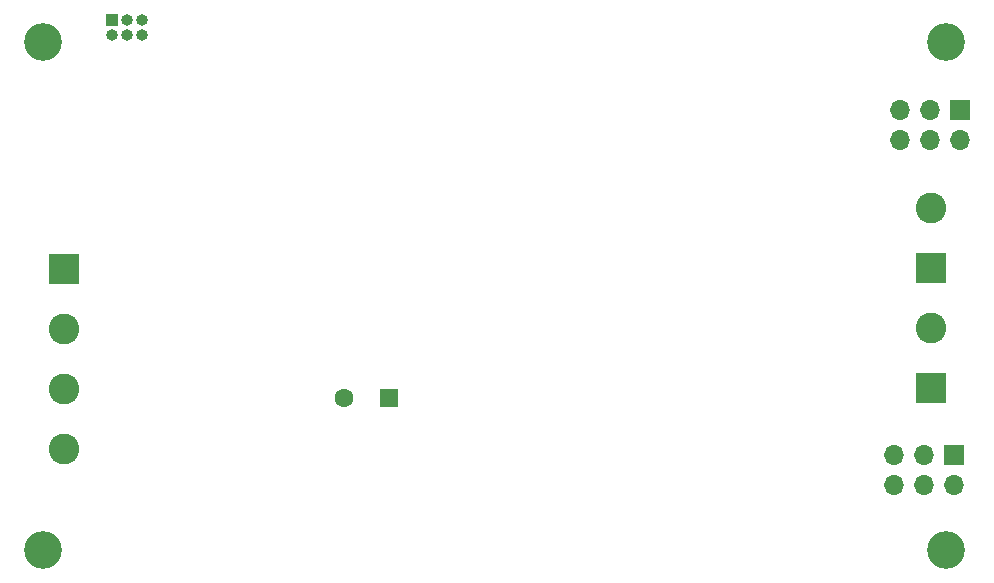
<source format=gbr>
%TF.GenerationSoftware,KiCad,Pcbnew,7.0.7*%
%TF.CreationDate,2023-09-26T16:34:25+02:00*%
%TF.ProjectId,OS-ServoDriver,4f532d53-6572-4766-9f44-72697665722e,rev?*%
%TF.SameCoordinates,Original*%
%TF.FileFunction,Soldermask,Bot*%
%TF.FilePolarity,Negative*%
%FSLAX46Y46*%
G04 Gerber Fmt 4.6, Leading zero omitted, Abs format (unit mm)*
G04 Created by KiCad (PCBNEW 7.0.7) date 2023-09-26 16:34:25*
%MOMM*%
%LPD*%
G01*
G04 APERTURE LIST*
%ADD10C,3.200000*%
%ADD11R,2.600000X2.600000*%
%ADD12C,2.600000*%
%ADD13R,1.700000X1.700000*%
%ADD14O,1.700000X1.700000*%
%ADD15R,1.600000X1.600000*%
%ADD16C,1.600000*%
%ADD17R,1.000000X1.000000*%
%ADD18O,1.000000X1.000000*%
G04 APERTURE END LIST*
D10*
%TO.C,REF\u002A\u002A*%
X163500000Y-102500000D03*
%TD*%
%TO.C,REF\u002A\u002A*%
X87000000Y-102500000D03*
%TD*%
%TO.C,REF\u002A\u002A*%
X87000000Y-145500000D03*
%TD*%
%TO.C,REF\u002A\u002A*%
X163500000Y-145500000D03*
%TD*%
D11*
%TO.C,J702*%
X162179000Y-131740000D03*
D12*
X162179000Y-126660000D03*
%TD*%
D13*
%TO.C,J701*%
X164704000Y-108240000D03*
D14*
X164704000Y-110780000D03*
X162164000Y-108240000D03*
X162164000Y-110780000D03*
X159624000Y-108240000D03*
X159624000Y-110780000D03*
%TD*%
D11*
%TO.C,J502*%
X162179000Y-121580000D03*
D12*
X162179000Y-116500000D03*
%TD*%
D13*
%TO.C,J501*%
X164196000Y-137450000D03*
D14*
X164196000Y-139990000D03*
X161656000Y-137450000D03*
X161656000Y-139990000D03*
X159116000Y-137450000D03*
X159116000Y-139990000D03*
%TD*%
D11*
%TO.C,J101*%
X88773000Y-121666000D03*
D12*
X88773000Y-126746000D03*
X88773000Y-131826000D03*
X88773000Y-136906000D03*
%TD*%
D15*
%TO.C,C101*%
X116356651Y-132588000D03*
D16*
X112556651Y-132588000D03*
%TD*%
D17*
%TO.C,U201*%
X92837000Y-100584000D03*
D18*
X92837000Y-101854000D03*
X94107000Y-100584000D03*
X94107000Y-101854000D03*
X95377000Y-100584000D03*
X95377000Y-101854000D03*
%TD*%
M02*

</source>
